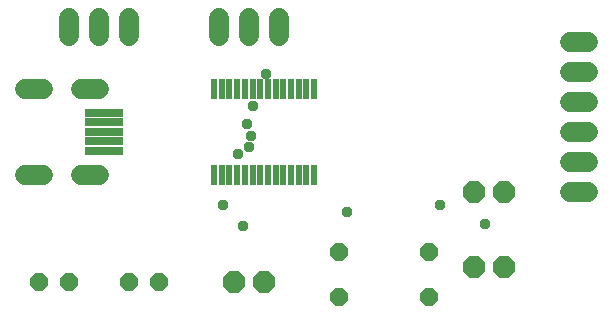
<source format=gbr>
G04 EAGLE Gerber RS-274X export*
G75*
%MOMM*%
%FSLAX34Y34*%
%LPD*%
%INSoldermask Top*%
%IPPOS*%
%AMOC8*
5,1,8,0,0,1.08239X$1,22.5*%
G01*
%ADD10P,1.951982X8X202.500000*%
%ADD11P,1.951982X8X22.500000*%
%ADD12C,1.727200*%
%ADD13R,0.603200X1.703200*%
%ADD14P,1.649562X8X22.500000*%
%ADD15C,1.711200*%
%ADD16R,3.303200X0.703200*%
%ADD17C,0.959600*%


D10*
X241300Y63500D03*
X215900Y63500D03*
X444500Y139700D03*
X419100Y139700D03*
D11*
X419100Y76200D03*
X444500Y76200D03*
D12*
X203200Y271780D02*
X203200Y287020D01*
X228600Y287020D02*
X228600Y271780D01*
X254000Y271780D02*
X254000Y287020D01*
D13*
X199050Y154250D03*
X205550Y154250D03*
X212050Y154250D03*
X218550Y154250D03*
X225050Y154250D03*
X231550Y154250D03*
X238050Y154250D03*
X244550Y154250D03*
X251050Y154250D03*
X257550Y154250D03*
X264050Y154250D03*
X270550Y154250D03*
X277050Y154250D03*
X283550Y154250D03*
X283550Y226750D03*
X277050Y226750D03*
X270550Y226750D03*
X264050Y226750D03*
X257550Y226750D03*
X251050Y226750D03*
X244550Y226750D03*
X238050Y226750D03*
X231550Y226750D03*
X225050Y226750D03*
X218550Y226750D03*
X212050Y226750D03*
X205550Y226750D03*
X199050Y226750D03*
D12*
X76200Y271780D02*
X76200Y287020D01*
X101600Y287020D02*
X101600Y271780D01*
X127000Y271780D02*
X127000Y287020D01*
D14*
X304800Y88900D03*
X381000Y88900D03*
X304800Y50800D03*
X381000Y50800D03*
X127000Y63500D03*
X152400Y63500D03*
D12*
X500380Y139700D02*
X515620Y139700D01*
X515620Y165100D02*
X500380Y165100D01*
X500380Y190500D02*
X515620Y190500D01*
X515620Y215900D02*
X500380Y215900D01*
X500380Y241300D02*
X515620Y241300D01*
X515620Y266700D02*
X500380Y266700D01*
D14*
X50800Y63500D03*
X76200Y63500D03*
D15*
X53740Y227000D02*
X38660Y227000D01*
X38660Y154000D02*
X53740Y154000D01*
X86660Y227000D02*
X101740Y227000D01*
X101740Y154000D02*
X86660Y154000D01*
D16*
X106200Y206500D03*
X106200Y198500D03*
X106200Y190500D03*
X106200Y182500D03*
X106200Y174500D03*
D17*
X219075Y171450D03*
X230188Y187325D03*
X206375Y128588D03*
X223838Y111125D03*
X390525Y128588D03*
X228600Y177800D03*
X311150Y122238D03*
X428625Y112713D03*
X231775Y212725D03*
X227013Y196850D03*
X242888Y239713D03*
M02*

</source>
